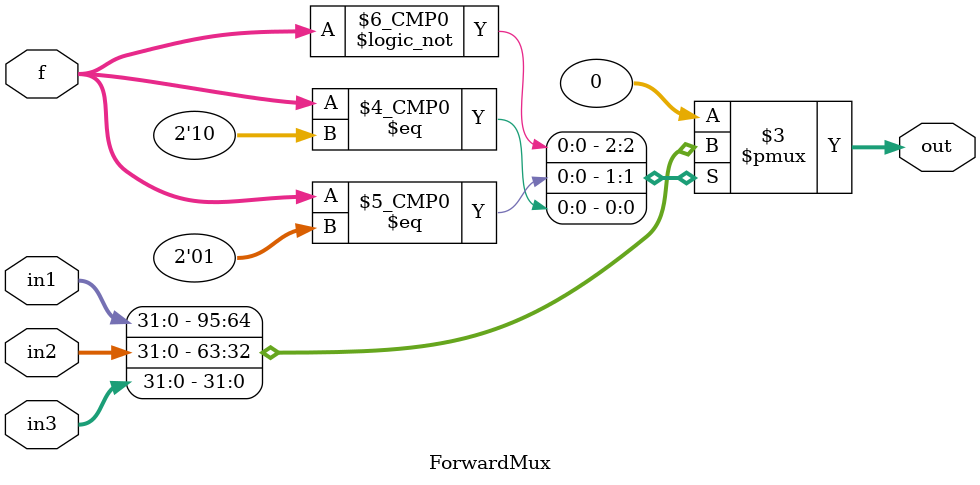
<source format=v>
`timescale 1ns / 1ps
module ForwardMux(
input [31:0] in1, //aly gya 3ady mn el reg file
input [31:0] in2, //write_data_mux
input [31:0] in3, //ALU_result_EX_MEM
input [1:0] f,
output reg [31:0] out
);

always@(*) begin
    case (f)
    2'b00 :out=in1;
    2'b01 :out=in2;
    2'b10 :out=in3;
    default : out=0;
    endcase 
end 



endmodule
</source>
